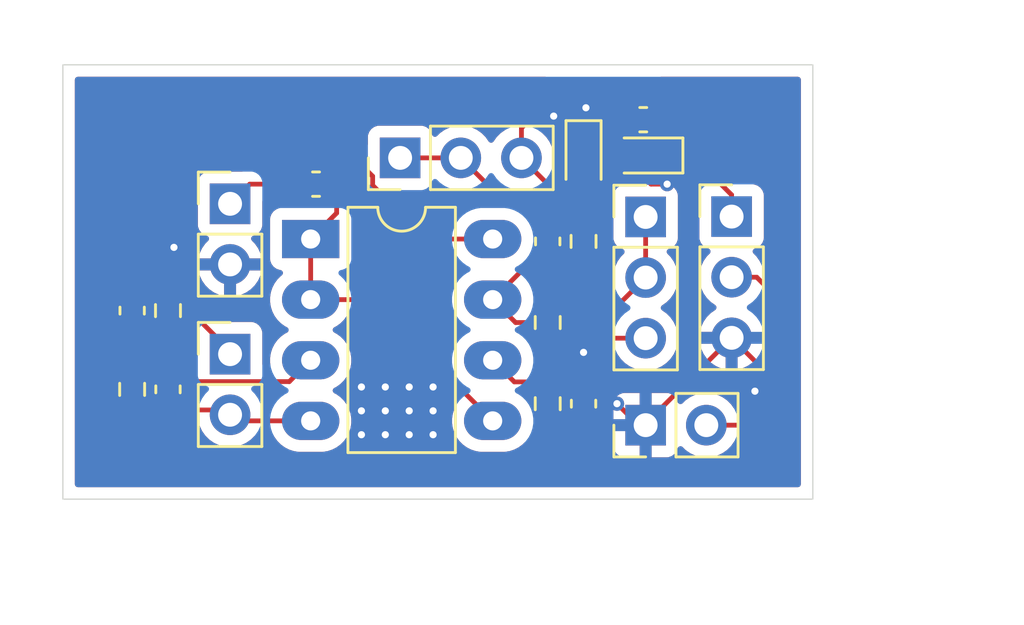
<source format=kicad_pcb>
(kicad_pcb (version 20240108) (generator "pcbnew") (generator_version "8.0")
  (layers (0 "F.Cu" signal) (31 "B.Cu" signal) (34 "B.Paste" user) (35 "F.Paste" user) (36 "B.SilkS" user "B.Silkscreen") (37 "F.SilkS" user "F.Silkscreen") (38 "B.Mask" user) (39 "F.Mask" user) (44 "Edge.Cuts" user))
  (net 0 "")
  (net 1 "Net-(BT1--)")
  (net 2 "Net-(BT1-+)")
  (net 3 "Net-(U1A-+)")
  (net 4 "Net-(U1A--)")
  (net 5 "Net-(J1-Pin_1)")
  (net 6 "Net-(C4-Pad2)")
  (net 7 "GND")
  (net 8 "Net-(C5-Pad2)")
  (net 9 "Net-(C5-Pad1)")
  (net 10 "Net-(D1-K)")
  (net 11 "Net-(J2-Pin_2)")
  (net 12 "Net-(U1B--)")
  (net 13 "Net-(R4-Pad2)")
  (net 14 "Net-(R5-Pad2)")
  (footprint "Connector_PinHeader_2.54mm:PinHeader_1x03_P2.54mm_Vertical" (layer "F.Cu") (at 148.9 88.375)
    (property "Reference" "RV1" (hide yes))
    (property "Value" "Gain/distortion")
    (fp_line (start -1.33 -1.33) (end 0 -1.33) (stroke (width 0.12)) (layer "F.SilkS"))
    (fp_line (start -1.33 0) (end -1.33 -1.33) (stroke (width 0.12)) (layer "F.SilkS"))
    (fp_line (start -1.33 1.27) (end -1.33 6.41) (stroke (width 0.12)) (layer "F.SilkS"))
    (fp_line (start -1.33 1.27) (end 1.33 1.27) (stroke (width 0.12)) (layer "F.SilkS"))
    (fp_line (start -1.33 6.41) (end 1.33 6.41) (stroke (width 0.12)) (layer "F.SilkS"))
    (fp_line (start 1.33 1.27) (end 1.33 6.41) (stroke (width 0.12)) (layer "F.SilkS"))
    (pad "1" thru_hole rect (at 0 0) (size 1.7 1.7) (drill 1) (layers "*.Cu" "*.Mask") (net 13 "Net-(R4-Pad2)"))
    (pad "2" thru_hole oval (at 0 2.54) (size 1.7 1.7) (drill 1) (layers "*.Cu" "*.Mask") (net 13 "Net-(R4-Pad2)"))
    (pad "3" thru_hole oval (at 0 5.08) (size 1.7 1.7) (drill 1) (layers "*.Cu" "*.Mask") (net 9 "Net-(C5-Pad1)"))
  )
  (footprint "Capacitor_SMD:C_0603_1608Metric_Pad1.08x0.95mm_HandSolder" (layer "F.Cu") (at 148.8 84.3 180)
    (property "Reference" "C6" (hide yes))
    (property "Value" "100n")
    (fp_line (start -0.146267 0.51) (end 0.146267 0.51) (stroke (width 0.12)) (layer "F.SilkS"))
    (fp_line (start -0.146267 -0.51) (end 0.146267 -0.51) (stroke (width 0.12)) (layer "F.SilkS"))
    (pad "1" smd roundrect (at -0.8625 0 180) (size 1.075 0.95) (layers "F.Cu" "F.Paste" "F.Mask") (net 10 "Net-(D1-K)"))
    (pad "2" smd roundrect (at 0.8625 0 180) (size 1.075 0.95) (layers "F.Cu" "F.Paste" "F.Mask") (net 7 "GND"))
  )
  (footprint "Diode_SMD:D_0603_1608Metric_Pad1.05x0.95mm_HandSolder" (layer "F.Cu") (at 148.8 85.8 180)
    (property "Reference" "D1" (hide yes))
    (property "Value" "1n4148")
    (fp_line (start 0.8 -0.735) (end -1.66 -0.735) (stroke (width 0.12)) (layer "F.SilkS"))
    (fp_line (start -1.66 0.735) (end 0.8 0.735) (stroke (width 0.12)) (layer "F.SilkS"))
    (fp_line (start -1.66 -0.735) (end -1.66 0.735) (stroke (width 0.12)) (layer "F.SilkS"))
    (pad "1" smd roundrect (at -0.875 0 180) (size 1.05 0.95) (layers "F.Cu" "F.Paste" "F.Mask") (net 10 "Net-(D1-K)"))
    (pad "2" smd roundrect (at 0.875 0 180) (size 1.05 0.95) (layers "F.Cu" "F.Paste" "F.Mask") (net 7 "GND"))
  )
  (footprint "Capacitor_SMD:C_0603_1608Metric_Pad1.08x0.95mm_HandSolder" (layer "F.Cu") (at 146.3 96.2 -90)
    (property "Reference" "C4" (hide yes))
    (property "Value" "10u")
    (fp_line (start -0.146267 0.51) (end 0.146267 0.51) (stroke (width 0.12)) (layer "F.SilkS"))
    (fp_line (start -0.146267 -0.51) (end 0.146267 -0.51) (stroke (width 0.12)) (layer "F.SilkS"))
    (pad "1" smd roundrect (at -0.8625 0 270) (size 1.075 0.95) (layers "F.Cu" "F.Paste" "F.Mask") (net 7 "GND"))
    (pad "2" smd roundrect (at 0.8625 0 270) (size 1.075 0.95) (layers "F.Cu" "F.Paste" "F.Mask") (net 6 "Net-(C4-Pad2)"))
  )
  (footprint "Connector_PinHeader_2.54mm:PinHeader_1x03_P2.54mm_Vertical" (layer "F.Cu") (at 138.62 85.9 90)
    (property "Reference" "RV3" (hide yes))
    (property "Value" "20k?")
    (fp_line (start -1.33 -1.33) (end 0 -1.33) (stroke (width 0.12)) (layer "F.SilkS"))
    (fp_line (start -1.33 0) (end -1.33 -1.33) (stroke (width 0.12)) (layer "F.SilkS"))
    (fp_line (start 1.33 1.27) (end 1.33 6.41) (stroke (width 0.12)) (layer "F.SilkS"))
    (fp_line (start -1.33 1.27) (end 1.33 1.27) (stroke (width 0.12)) (layer "F.SilkS"))
    (fp_line (start -1.33 1.27) (end -1.33 6.41) (stroke (width 0.12)) (layer "F.SilkS"))
    (fp_line (start -1.33 6.41) (end 1.33 6.41) (stroke (width 0.12)) (layer "F.SilkS"))
    (pad "1" thru_hole rect (at 0 0 90) (size 1.7 1.7) (drill 1) (layers "*.Cu" "*.Mask") (net 14 "Net-(R5-Pad2)"))
    (pad "2" thru_hole oval (at 0 2.54 90) (size 1.7 1.7) (drill 1) (layers "*.Cu" "*.Mask") (net 14 "Net-(R5-Pad2)"))
    (pad "3" thru_hole oval (at 0 5.08 90) (size 1.7 1.7) (drill 1) (layers "*.Cu" "*.Mask") (net 10 "Net-(D1-K)"))
  )
  (footprint "Connector_PinHeader_2.54mm:PinHeader_1x02_P2.54mm_Vertical" (layer "F.Cu") (at 131.5 87.825)
    (property "Reference" "J1" (hide yes))
    (property "Value" "INPUT")
    (fp_line (start -1.33 -1.33) (end 0 -1.33) (stroke (width 0.12)) (layer "F.SilkS"))
    (fp_line (start -1.33 0) (end -1.33 -1.33) (stroke (width 0.12)) (layer "F.SilkS"))
    (fp_line (start -1.33 1.27) (end -1.33 3.87) (stroke (width 0.12)) (layer "F.SilkS"))
    (fp_line (start -1.33 1.27) (end 1.33 1.27) (stroke (width 0.12)) (layer "F.SilkS"))
    (fp_line (start -1.33 3.87) (end 1.33 3.87) (stroke (width 0.12)) (layer "F.SilkS"))
    (fp_line (start 1.33 1.27) (end 1.33 3.87) (stroke (width 0.12)) (layer "F.SilkS"))
    (pad "1" thru_hole rect (at 0 0) (size 1.7 1.7) (drill 1) (layers "*.Cu" "*.Mask") (net 5 "Net-(J1-Pin_1)"))
    (pad "2" thru_hole oval (at 0 2.54) (size 1.7 1.7) (drill 1) (layers "*.Cu" "*.Mask") (net 7 "GND"))
  )
  (footprint "Resistor_SMD:R_0603_1608Metric_Pad0.98x0.95mm_HandSolder" (layer "F.Cu") (at 144.8 92.8 90)
    (property "Reference" "R4" (hide yes))
    (property "Value" "47k")
    (fp_line (start -0.254724 -0.5225) (end 0.254724 -0.5225) (stroke (width 0.12)) (layer "F.SilkS"))
    (fp_line (start -0.254724 0.5225) (end 0.254724 0.5225) (stroke (width 0.12)) (layer "F.SilkS"))
    (pad "1" smd roundrect (at -0.9125 0 90) (size 0.975 0.95) (layers "F.Cu" "F.Paste" "F.Mask") (net 12 "Net-(U1B--)"))
    (pad "2" smd roundrect (at 0.9125 0 90) (size 0.975 0.95) (layers "F.Cu" "F.Paste" "F.Mask") (net 13 "Net-(R4-Pad2)"))
  )
  (footprint "Package_DIP:DIP-8_W7.62mm_LongPads" (layer "F.Cu") (at 134.875 89.3)
    (property "Reference" "U1" (hide yes))
    (property "Value" "NE5532")
    (fp_line (start 1.56 -1.33) (end 1.56 8.95) (stroke (width 0.12)) (layer "F.SilkS"))
    (fp_line (start 1.56 8.95) (end 6.06 8.95) (stroke (width 0.12)) (layer "F.SilkS"))
    (fp_line (start 2.81 -1.33) (end 1.56 -1.33) (stroke (width 0.12)) (layer "F.SilkS"))
    (fp_line (start 6.06 -1.33) (end 4.81 -1.33) (stroke (width 0.12)) (layer "F.SilkS"))
    (fp_line (start 6.06 8.95) (end 6.06 -1.33) (stroke (width 0.12)) (layer "F.SilkS"))
    (fp_arc (start 4.81 -1.33) (mid 3.81 -0.33) (end 2.81 -1.33) (stroke (width 0.12)) (layer "F.SilkS"))
    (pad "1" thru_hole rect (at 0 0) (size 2.4 1.6) (drill 0.8) (layers "*.Cu" "*.Mask") (net 4 "Net-(U1A--)"))
    (pad "2" thru_hole oval (at 0 2.54) (size 2.4 1.6) (drill 0.8) (layers "*.Cu" "*.Mask") (net 4 "Net-(U1A--)"))
    (pad "3" thru_hole oval (at 0 5.08) (size 2.4 1.6) (drill 0.8) (layers "*.Cu" "*.Mask") (net 3 "Net-(U1A-+)"))
    (pad "4" thru_hole oval (at 0 7.62) (size 2.4 1.6) (drill 0.8) (layers "*.Cu" "*.Mask") (net 1 "Net-(BT1--)"))
    (pad "5" thru_hole oval (at 7.62 7.62) (size 2.4 1.6) (drill 0.8) (layers "*.Cu" "*.Mask") (net 4 "Net-(U1A--)"))
    (pad "6" thru_hole oval (at 7.62 5.08) (size 2.4 1.6) (drill 0.8) (layers "*.Cu" "*.Mask") (net 12 "Net-(U1B--)"))
    (pad "7" thru_hole oval (at 7.62 2.54) (size 2.4 1.6) (drill 0.8) (layers "*.Cu" "*.Mask") (net 9 "Net-(C5-Pad1)"))
    (pad "8" thru_hole oval (at 7.62 0) (size 2.4 1.6) (drill 0.8) (layers "*.Cu" "*.Mask") (net 2 "Net-(BT1-+)"))
  )
  (footprint "Resistor_SMD:R_0603_1608Metric_Pad0.98x0.95mm_HandSolder" (layer "F.Cu") (at 144.8 96.2 90)
    (property "Reference" "R3" (hide yes))
    (property "Value" "10k")
    (fp_line (start -0.254724 -0.5225) (end 0.254724 -0.5225) (stroke (width 0.12)) (layer "F.SilkS"))
    (fp_line (start -0.254724 0.5225) (end 0.254724 0.5225) (stroke (width 0.12)) (layer "F.SilkS"))
    (pad "1" smd roundrect (at -0.9125 0 90) (size 0.975 0.95) (layers "F.Cu" "F.Paste" "F.Mask") (net 6 "Net-(C4-Pad2)"))
    (pad "2" smd roundrect (at 0.9125 0 90) (size 0.975 0.95) (layers "F.Cu" "F.Paste" "F.Mask") (net 12 "Net-(U1B--)"))
  )
  (footprint "Connector_PinHeader_2.54mm:PinHeader_1x03_P2.54mm_Vertical" (layer "F.Cu") (at 152.5 88.36)
    (property "Reference" "RV2" (hide yes))
    (property "Value" "Volume")
    (fp_line (start -1.33 -1.33) (end 0 -1.33) (stroke (width 0.12)) (layer "F.SilkS"))
    (fp_line (start -1.33 0) (end -1.33 -1.33) (stroke (width 0.12)) (layer "F.SilkS"))
    (fp_line (start -1.33 1.27) (end -1.33 6.41) (stroke (width 0.12)) (layer "F.SilkS"))
    (fp_line (start -1.33 1.27) (end 1.33 1.27) (stroke (width 0.12)) (layer "F.SilkS"))
    (fp_line (start -1.33 6.41) (end 1.33 6.41) (stroke (width 0.12)) (layer "F.SilkS"))
    (fp_line (start 1.33 1.27) (end 1.33 6.41) (stroke (width 0.12)) (layer "F.SilkS"))
    (pad "1" thru_hole rect (at 0 0) (size 1.7 1.7) (drill 1) (layers "*.Cu" "*.Mask") (net 10 "Net-(D1-K)"))
    (pad "2" thru_hole oval (at 0 2.54) (size 1.7 1.7) (drill 1) (layers "*.Cu" "*.Mask") (net 11 "Net-(J2-Pin_2)"))
    (pad "3" thru_hole oval (at 0 5.08) (size 1.7 1.7) (drill 1) (layers "*.Cu" "*.Mask") (net 7 "GND"))
  )
  (footprint "Resistor_SMD:R_0603_1608Metric_Pad0.98x0.95mm_HandSolder" (layer "F.Cu") (at 128.9 92.3 -90)
    (property "Reference" "R1" (hide yes))
    (property "Value" "1M")
    (fp_line (start -0.254724 0.5225) (end 0.254724 0.5225) (stroke (width 0.12)) (layer "F.SilkS"))
    (fp_line (start -0.254724 -0.5225) (end 0.254724 -0.5225) (stroke (width 0.12)) (layer "F.SilkS"))
    (pad "1" smd roundrect (at -0.9125 0 270) (size 0.975 0.95) (layers "F.Cu" "F.Paste" "F.Mask") (net 2 "Net-(BT1-+)"))
    (pad "2" smd roundrect (at 0.9125 0 270) (size 0.975 0.95) (layers "F.Cu" "F.Paste" "F.Mask") (net 3 "Net-(U1A-+)"))
  )
  (footprint "Capacitor_SMD:C_0603_1608Metric_Pad1.08x0.95mm_HandSolder" (layer "F.Cu") (at 135.1 87)
    (property "Reference" "C3" (hide yes))
    (property "Value" "10n")
    (fp_line (start -0.146267 -0.51) (end 0.146267 -0.51) (stroke (width 0.12)) (layer "F.SilkS"))
    (fp_line (start -0.146267 0.51) (end 0.146267 0.51) (stroke (width 0.12)) (layer "F.SilkS"))
    (pad "1" smd roundrect (at -0.8625 0) (size 1.075 0.95) (layers "F.Cu" "F.Paste" "F.Mask") (net 5 "Net-(J1-Pin_1)"))
    (pad "2" smd roundrect (at 0.8625 0) (size 1.075 0.95) (layers "F.Cu" "F.Paste" "F.Mask") (net 4 "Net-(U1A--)"))
  )
  (footprint "Capacitor_SMD:C_0603_1608Metric_Pad1.08x0.95mm_HandSolder" (layer "F.Cu") (at 128.9 95.6 -90)
    (property "Reference" "C2" (hide yes))
    (property "Value" "10u")
    (fp_line (start -0.146267 0.51) (end 0.146267 0.51) (stroke (width 0.12)) (layer "F.SilkS"))
    (fp_line (start -0.146267 -0.51) (end 0.146267 -0.51) (stroke (width 0.12)) (layer "F.SilkS"))
    (pad "1" smd roundrect (at -0.8625 0 270) (size 1.075 0.95) (layers "F.Cu" "F.Paste" "F.Mask") (net 3 "Net-(U1A-+)"))
    (pad "2" smd roundrect (at 0.8625 0 270) (size 1.075 0.95) (layers "F.Cu" "F.Paste" "F.Mask") (net 1 "Net-(BT1--)"))
  )
  (footprint "Capacitor_SMD:C_0603_1608Metric_Pad1.08x0.95mm_HandSolder" (layer "F.Cu") (at 144.8 89.4 90)
    (property "Reference" "C5" (hide yes))
    (property "Value" "10n")
    (fp_line (start -0.146267 -0.51) (end 0.146267 -0.51) (stroke (width 0.12)) (layer "F.SilkS"))
    (fp_line (start -0.146267 0.51) (end 0.146267 0.51) (stroke (width 0.12)) (layer "F.SilkS"))
    (pad "1" smd roundrect (at -0.8625 0 90) (size 1.075 0.95) (layers "F.Cu" "F.Paste" "F.Mask") (net 9 "Net-(C5-Pad1)"))
    (pad "2" smd roundrect (at 0.8625 0 90) (size 1.075 0.95) (layers "F.Cu" "F.Paste" "F.Mask") (net 8 "Net-(C5-Pad2)"))
  )
  (footprint "Connector_PinHeader_2.54mm:PinHeader_1x02_P2.54mm_Vertical" (layer "F.Cu") (at 148.9 97.1 90)
    (property "Reference" "J2" (hide yes))
    (property "Value" "OUTPUT")
    (fp_line (start -1.33 -1.33) (end 0 -1.33) (stroke (width 0.12)) (layer "F.SilkS"))
    (fp_line (start -1.33 0) (end -1.33 -1.33) (stroke (width 0.12)) (layer "F.SilkS"))
    (fp_line (start 1.33 1.27) (end 1.33 3.87) (stroke (width 0.12)) (layer "F.SilkS"))
    (fp_line (start -1.33 1.27) (end 1.33 1.27) (stroke (width 0.12)) (layer "F.SilkS"))
    (fp_line (start -1.33 1.27) (end -1.33 3.87) (stroke (width 0.12)) (layer "F.SilkS"))
    (fp_line (start -1.33 3.87) (end 1.33 3.87) (stroke (width 0.12)) (layer "F.SilkS"))
    (pad "1" thru_hole rect (at 0 0 90) (size 1.7 1.7) (drill 1) (layers "*.Cu" "*.Mask") (net 7 "GND"))
    (pad "2" thru_hole oval (at 0 2.54 90) (size 1.7 1.7) (drill 1) (layers "*.Cu" "*.Mask") (net 11 "Net-(J2-Pin_2)"))
  )
  (footprint "Resistor_SMD:R_0603_1608Metric_Pad0.98x0.95mm_HandSolder" (layer "F.Cu") (at 146.3 89.4 90)
    (property "Reference" "R5" (hide yes))
    (property "Value" "2k")
    (fp_line (start -0.254724 -0.5225) (end 0.254724 -0.5225) (stroke (width 0.12)) (layer "F.SilkS"))
    (fp_line (start -0.254724 0.5225) (end 0.254724 0.5225) (stroke (width 0.12)) (layer "F.SilkS"))
    (pad "1" smd roundrect (at -0.9125 0 90) (size 0.975 0.95) (layers "F.Cu" "F.Paste" "F.Mask") (net 8 "Net-(C5-Pad2)"))
    (pad "2" smd roundrect (at 0.9125 0 90) (size 0.975 0.95) (layers "F.Cu" "F.Paste" "F.Mask") (net 14 "Net-(R5-Pad2)"))
  )
  (footprint "Connector_PinHeader_2.54mm:PinHeader_1x02_P2.54mm_Vertical" (layer "F.Cu") (at 131.5 94.125)
    (property "Reference" "BT1" (hide yes))
    (property "Value" "9v")
    (fp_line (start -1.33 -1.33) (end 0 -1.33) (stroke (width 0.12)) (layer "F.SilkS"))
    (fp_line (start -1.33 0) (end -1.33 -1.33) (stroke (width 0.12)) (layer "F.SilkS"))
    (fp_line (start -1.33 1.27) (end -1.33 3.87) (stroke (width 0.12)) (layer "F.SilkS"))
    (fp_line (start -1.33 1.27) (end 1.33 1.27) (stroke (width 0.12)) (layer "F.SilkS"))
    (fp_line (start -1.33 3.87) (end 1.33 3.87) (stroke (width 0.12)) (layer "F.SilkS"))
    (fp_line (start 1.33 1.27) (end 1.33 3.87) (stroke (width 0.12)) (layer "F.SilkS"))
    (pad "1" thru_hole rect (at 0 0) (size 1.7 1.7) (drill 1) (layers "*.Cu" "*.Mask") (net 2 "Net-(BT1-+)"))
    (pad "2" thru_hole oval (at 0 2.54) (size 1.7 1.7) (drill 1) (layers "*.Cu" "*.Mask") (net 1 "Net-(BT1--)"))
  )
  (footprint "Capacitor_SMD:C_0603_1608Metric_Pad1.08x0.95mm_HandSolder" (layer "F.Cu") (at 127.4 92.3 -90)
    (property "Reference" "C1" (hide yes))
    (property "Value" "10u")
    (fp_line (start -0.146267 0.51) (end 0.146267 0.51) (stroke (width 0.12)) (layer "F.SilkS"))
    (fp_line (start -0.146267 -0.51) (end 0.146267 -0.51) (stroke (width 0.12)) (layer "F.SilkS"))
    (pad "1" smd roundrect (at -0.8625 0 270) (size 1.075 0.95) (layers "F.Cu" "F.Paste" "F.Mask") (net 2 "Net-(BT1-+)"))
    (pad "2" smd roundrect (at 0.8625 0 270) (size 1.075 0.95) (layers "F.Cu" "F.Paste" "F.Mask") (net 1 "Net-(BT1--)"))
  )
  (footprint "Diode_SMD:D_0603_1608Metric_Pad1.05x0.95mm_HandSolder" (layer "F.Cu") (at 146.3 86 -90)
    (property "Reference" "D2" (hide yes))
    (property "Value" "1n4148")
    (fp_line (start -1.66 0.735) (end 0.8 0.735) (stroke (width 0.12)) (layer "F.SilkS"))
    (fp_line (start -1.66 -0.735) (end -1.66 0.735) (stroke (width 0.12)) (layer "F.SilkS"))
    (fp_line (start 0.8 -0.735) (end -1.66 -0.735) (stroke (width 0.12)) (layer "F.SilkS"))
    (pad "1" smd roundrect (at -0.875 0 270) (size 1.05 0.95) (layers "F.Cu" "F.Paste" "F.Mask") (net 7 "GND"))
    (pad "2" smd roundrect (at 0.875 0 270) (size 1.05 0.95) (layers "F.Cu" "F.Paste" "F.Mask") (net 10 "Net-(D1-K)"))
  )
  (footprint "Resistor_SMD:R_0603_1608Metric_Pad0.98x0.95mm_HandSolder" (layer "F.Cu") (at 127.4 95.6 -90)
    (property "Reference" "R2" (hide yes))
    (property "Value" "1M")
    (fp_line (start -0.254724 0.5225) (end 0.254724 0.5225) (stroke (width 0.12)) (layer "F.SilkS"))
    (fp_line (start -0.254724 -0.5225) (end 0.254724 -0.5225) (stroke (width 0.12)) (layer "F.SilkS"))
    (pad "1" smd roundrect (at -0.9125 0 270) (size 0.975 0.95) (layers "F.Cu" "F.Paste" "F.Mask") (net 3 "Net-(U1A-+)"))
    (pad "2" smd roundrect (at 0.9125 0 270) (size 0.975 0.95) (layers "F.Cu" "F.Paste" "F.Mask") (net 1 "Net-(BT1--)"))
  )
  (gr_rect (start 124.5 82) (end 155.9 100.2) (stroke (width 0.05)) (fill none) (layer "Edge.Cuts"))
  (segment (start 152.5 89.8) (end 152.5 89.85) (width 0) (layer "F.Cu") (net 0))
  (segment (start 134.875 96.92) (end 131.755 96.92) (width 0.2) (layer "F.Cu") (net 1))
  (segment (start 127.4 93.1625) (end 126.625 93.9375) (width 0.2) (layer "F.Cu") (net 1))
  (segment (start 126.625 95.7375) (end 127.4 96.5125) (width 0.2) (layer "F.Cu") (net 1))
  (segment (start 128.85 96.5125) (end 128.9 96.4625) (width 0.2) (layer "F.Cu") (net 1))
  (segment (start 131.2975 96.4625) (end 128.9 96.4625) (width 0.2) (layer "F.Cu") (net 1))
  (segment (start 131.755 96.92) (end 131.5 96.665) (width 0.2) (layer "F.Cu") (net 1))
  (segment (start 128.9 96.4625) (end 127.45 96.4625) (width 0.2) (layer "F.Cu") (net 1))
  (segment (start 126.625 93.9375) (end 126.625 95.7375) (width 0.2) (layer "F.Cu") (net 1))
  (segment (start 131.5 96.665) (end 131.2975 96.4625) (width 0.2) (layer "F.Cu") (net 1))
  (segment (start 127.45 96.4625) (end 127.4 96.5125) (width 0.2) (layer "F.Cu") (net 1))
  (segment (start 128.9 91.3875) (end 131.5 93.9875) (width 0.2) (layer "F.Cu") (net 2))
  (segment (start 131.5 93.9875) (end 131.5 94.125) (width 0.2) (layer "F.Cu") (net 2))
  (segment (start 127.4 91.4375) (end 128.85 91.4375) (width 0.2) (layer "F.Cu") (net 2))
  (segment (start 139.72 89.3) (end 137.47 87.05) (width 0.2) (layer "F.Cu") (net 2))
  (segment (start 131.5 93.7) (end 131.5 94.125) (width 0.2) (layer "F.Cu") (net 2))
  (segment (start 137.47 87.05) (end 137.47 86.67) (width 0.2) (layer "F.Cu") (net 2))
  (segment (start 127.45 91.3875) (end 127.4 91.4375) (width 0.2) (layer "F.Cu") (net 2))
  (segment (start 142.495 89.3) (end 139.72 89.3) (width 0.2) (layer "F.Cu") (net 2))
  (segment (start 128.85 91.4375) (end 128.9 91.3875) (width 0.2) (layer "F.Cu") (net 2))
  (segment (start 137.47 86.67) (end 136.3 85.5) (width 0.2) (layer "F.Cu") (net 2))
  (segment (start 136.3 85.5) (end 129.3 85.5) (width 0.2) (layer "F.Cu") (net 2))
  (segment (start 127.4 87.4) (end 127.4 91.4375) (width 0.2) (layer "F.Cu") (net 2))
  (segment (start 128.9 91.3875) (end 129.1875 91.3875) (width 0.2) (layer "F.Cu") (net 2))
  (segment (start 129.3 85.5) (end 127.4 87.4) (width 0.2) (layer "F.Cu") (net 2))
  (segment (start 127.4 94.6875) (end 128.85 94.6875) (width 0.2) (layer "F.Cu") (net 3))
  (segment (start 128.9 94.7375) (end 129.4375 95.275) (width 0.2) (layer "F.Cu") (net 3))
  (segment (start 129.4375 95.275) (end 133.98 95.275) (width 0.2) (layer "F.Cu") (net 3))
  (segment (start 128.85 94.6875) (end 128.9 94.7375) (width 0.2) (layer "F.Cu") (net 3))
  (segment (start 128.9 94.7375) (end 128.9 93.2125) (width 0.2) (layer "F.Cu") (net 3))
  (segment (start 133.98 95.275) (end 134.875 94.38) (width 0.2) (layer "F.Cu") (net 3))
  (segment (start 134.875 91.84) (end 137.415 91.84) (width 0.2) (layer "F.Cu") (net 4))
  (segment (start 137.415 91.84) (end 142.495 96.92) (width 0.2) (layer "F.Cu") (net 4))
  (segment (start 134.875 91.84) (end 134.875 89.3) (width 0.2) (layer "F.Cu") (net 4))
  (segment (start 135.9625 87) (end 135.9625 88.2125) (width 0.2) (layer "F.Cu") (net 4))
  (segment (start 135.9625 88.2125) (end 134.875 89.3) (width 0.2) (layer "F.Cu") (net 4))
  (segment (start 132.325 87) (end 131.5 87.825) (width 0.2) (layer "F.Cu") (net 5))
  (segment (start 134.2375 87) (end 132.325 87) (width 0.2) (layer "F.Cu") (net 5))
  (segment (start 146.3 97.0625) (end 144.85 97.0625) (width 0.2) (layer "F.Cu") (net 6))
  (segment (start 144.85 97.0625) (end 144.8 97.1125) (width 0.2) (layer "F.Cu") (net 6))
  (segment (start 146.9 84.3) (end 146.4 83.8) (width 0.2) (layer "F.Cu") (net 7))
  (segment (start 147.925 85.8) (end 147.75 85.8) (width 0.2) (layer "F.Cu") (net 7))
  (segment (start 146.3 95.3375) (end 146.3 94.05) (width 0.2) (layer "F.Cu") (net 7))
  (segment (start 148.9 97.1) (end 148.9 97.04) (width 0.2) (layer "F.Cu") (net 7))
  (segment (start 149.125 87) (end 149.8 87) (width 0.2) (layer "F.Cu") (net 7))
  (segment (start 148.9 97.1) (end 148.6 97.1) (width 0.2) (layer "F.Cu") (net 7))
  (segment (start 148.9 97.04) (end 152.5 93.44) (width 0.2) (layer "F.Cu") (net 7))
  (segment (start 152.5 93.44) (end 153.475735 94.415735) (width 0.2) (layer "F.Cu") (net 7))
  (segment (start 146.025 85.125) (end 145.049265 84.149265) (width 0.2) (layer "F.Cu") (net 7))
  (segment (start 147.9375 84.3) (end 146.9 84.3) (width 0.2) (layer "F.Cu") (net 7))
  (segment (start 147.075 85.125) (end 146.3 85.125) (width 0.2) (layer "F.Cu") (net 7))
  (segment (start 147.75 85.8) (end 147.075 85.125) (width 0.2) (layer "F.Cu") (net 7))
  (segment (start 147.9375 84.3) (end 147.9375 85.7875) (width 0.2) (layer "F.Cu") (net 7))
  (segment (start 147.9375 85.7875) (end 147.925 85.8) (width 0.2) (layer "F.Cu") (net 7))
  (segment (start 153.475735 94.415735) (end 153.475735 95.675735) (width 0.2) (layer "F.Cu") (net 7))
  (segment (start 129.865 90.365) (end 129.15 89.65) (width 0.2) (layer "F.Cu") (net 7))
  (segment (start 148.6 97.1) (end 147.7 96.2) (width 0.2) (layer "F.Cu") (net 7))
  (segment (start 131.5 90.365) (end 129.865 90.365) (width 0.2) (layer "F.Cu") (net 7))
  (segment (start 146.3 85.125) (end 146.025 85.125) (width 0.2) (layer "F.Cu") (net 7))
  (segment (start 147.925 85.8) (end 149.125 87) (width 0.2) (layer "F.Cu") (net 7))
  (via (at 146.3 94.05) (size 0.6) (drill 0.3) (layers "F.Cu" "B.Cu") (net 7))
  (via (at 147.7 96.2) (size 0.6) (drill 0.3) (layers "F.Cu" "B.Cu") (net 7))
  (via (at 129.15 89.65) (size 0.6) (drill 0.3) (layers "F.Cu" "B.Cu") (net 7))
  (via (at 140 97.5) (size 0.6) (drill 0.3) (layers "F.Cu" "B.Cu") (net 7))
  (via (at 137 97.5) (size 0.6) (drill 0.3) (layers "F.Cu" "B.Cu") (net 7))
  (via (at 153.475735 95.675735) (size 0.6) (drill 0.3) (layers "F.Cu" "B.Cu") (net 7))
  (via (at 139 97.5) (size 0.6) (drill 0.3) (layers "F.Cu" "B.Cu") (net 7))
  (via (at 138 96.5) (size 0.6) (drill 0.3) (layers "F.Cu" "B.Cu") (net 7))
  (via (at 146.4 83.8) (size 0.6) (drill 0.3) (layers "F.Cu" "B.Cu") (net 7))
  (via (at 149.8 87) (size 0.6) (drill 0.3) (layers "F.Cu" "B.Cu") (net 7))
  (via (at 145.049265 84.149265) (size 0.6) (drill 0.3) (layers "F.Cu" "B.Cu") (net 7))
  (via (at 137 96.5) (size 0.6) (drill 0.3) (layers "F.Cu" "B.Cu") (net 7))
  (via (at 139 95.5) (size 0.6) (drill 0.3) (layers "F.Cu" "B.Cu") (net 7))
  (via (at 138 95.5) (size 0.6) (drill 0.3) (layers "F.Cu" "B.Cu") (net 7))
  (via (at 138 97.5) (size 0.6) (drill 0.3) (layers "F.Cu" "B.Cu") (net 7))
  (via (at 137 95.5) (size 0.6) (drill 0.3) (layers "F.Cu" "B.Cu") (net 7))
  (via (at 139 96.5) (size 0.6) (drill 0.3) (layers "F.Cu" "B.Cu") (net 7))
  (via (at 140 95.5) (size 0.6) (drill 0.3) (layers "F.Cu" "B.Cu") (net 7))
  (via (at 140 96.5) (size 0.6) (drill 0.3) (layers "F.Cu" "B.Cu") (net 7))
  (segment (start 144.8 88.8125) (end 146.3 90.3125) (width 0.2) (layer "F.Cu") (net 8))
  (segment (start 144.8 88.5375) (end 144.8 88.8125) (width 0.2) (layer "F.Cu") (net 8))
  (segment (start 146.955 93.455) (end 146.3 92.8) (width 0.2) (layer "F.Cu") (net 9))
  (segment (start 146.3 92.8) (end 143.455 92.8) (width 0.2) (layer "F.Cu") (net 9))
  (segment (start 148.9 93.455) (end 146.955 93.455) (width 0.2) (layer "F.Cu") (net 9))
  (segment (start 142.495 91.84) (end 144.0725 90.2625) (width 0.2) (layer "F.Cu") (net 9))
  (segment (start 143.455 92.8) (end 142.495 91.84) (width 0.2) (layer "F.Cu") (net 9))
  (segment (start 144.0725 90.2625) (end 144.8 90.2625) (width 0.2) (layer "F.Cu") (net 9))
  (segment (start 149.6625 84.3) (end 149.6625 85.7875) (width 0.2) (layer "F.Cu") (net 10))
  (segment (start 143.7 85.9) (end 144.675 86.875) (width 0.2) (layer "F.Cu") (net 10))
  (segment (start 152.5 87.45) (end 152.5 88.36) (width 0.2) (layer "F.Cu") (net 10))
  (segment (start 149.6625 84.3) (end 149.6625 83.7625) (width 0.2) (layer "F.Cu") (net 10))
  (segment (start 149.6625 83.7625) (end 149 83.1) (width 0.2) (layer "F.Cu") (net 10))
  (segment (start 144.675 86.875) (end 146.3 86.875) (width 0.2) (layer "F.Cu") (net 10))
  (segment (start 150.85 85.8) (end 152.5 87.45) (width 0.2) (layer "F.Cu") (net 10))
  (segment (start 149 83.1) (end 145.25 83.1) (width 0.2) (layer "F.Cu") (net 10))
  (segment (start 149.6625 85.7875) (end 149.675 85.8) (width 0.2) (layer "F.Cu") (net 10))
  (segment (start 149.675 85.8) (end 150.85 85.8) (width 0.2) (layer "F.Cu") (net 10))
  (segment (start 145.25 83.1) (end 143.7 84.65) (width 0.2) (layer "F.Cu") (net 10))
  (segment (start 143.7 84.65) (end 143.7 85.9) (width 0.2) (layer "F.Cu") (net 10))
  (segment (start 152.9 97.1) (end 151.44 97.1) (width 0.2) (layer "F.Cu") (net 11))
  (segment (start 154.2 91.55) (end 154.2 95.8) (width 0.2) (layer "F.Cu") (net 11))
  (segment (start 154.2 95.8) (end 152.9 97.1) (width 0.2) (layer "F.Cu") (net 11))
  (segment (start 153.55 90.9) (end 154.2 91.55) (width 0.2) (layer "F.Cu") (net 11))
  (segment (start 152.5 90.9) (end 153.55 90.9) (width 0.2) (layer "F.Cu") (net 11))
  (segment (start 143.4025 95.2875) (end 142.495 94.38) (width 0.2) (layer "F.Cu") (net 12))
  (segment (start 144.8 93.7125) (end 144.8 95.2875) (width 0.2) (layer "F.Cu") (net 12))
  (segment (start 144.8 95.2875) (end 143.4025 95.2875) (width 0.2) (layer "F.Cu") (net 12))
  (segment (start 147.9275 91.8875) (end 144.8 91.8875) (width 0.2) (layer "F.Cu") (net 13))
  (segment (start 148.9 90.915) (end 147.9275 91.8875) (width 0.2) (layer "F.Cu") (net 13))
  (segment (start 148.9 90.915) (end 148.9 88.375) (width 0.2) (layer "F.Cu") (net 13))
  (segment (start 145.3125 87.5) (end 142.76 87.5) (width 0.2) (layer "F.Cu") (net 14))
  (segment (start 142.76 87.5) (end 141.16 85.9) (width 0.2) (layer "F.Cu") (net 14))
  (segment (start 138.62 85.9) (end 141.16 85.9) (width 0.2) (layer "F.Cu") (net 14))
  (segment (start 146.3 88.4875) (end 145.3125 87.5) (width 0.2) (layer "F.Cu") (net 14))
  (zone (net 7) (net_name "GND") (layers "F&B.Cu") (connect_pads (clearance 0.5)) (min_thickness 0.25) (fill yes (thermal_gap 0.5) (thermal_bridge_width 0.5))
    (polygon (pts (xy 124.066733 79.384096) (xy 164.666733 79.284096) (xy 164.766733 105.484096) (xy 121.966733 105.384096) (xy 121.866733 79.784096) (xy 124.466733 79.384096)))
  )
)
</source>
